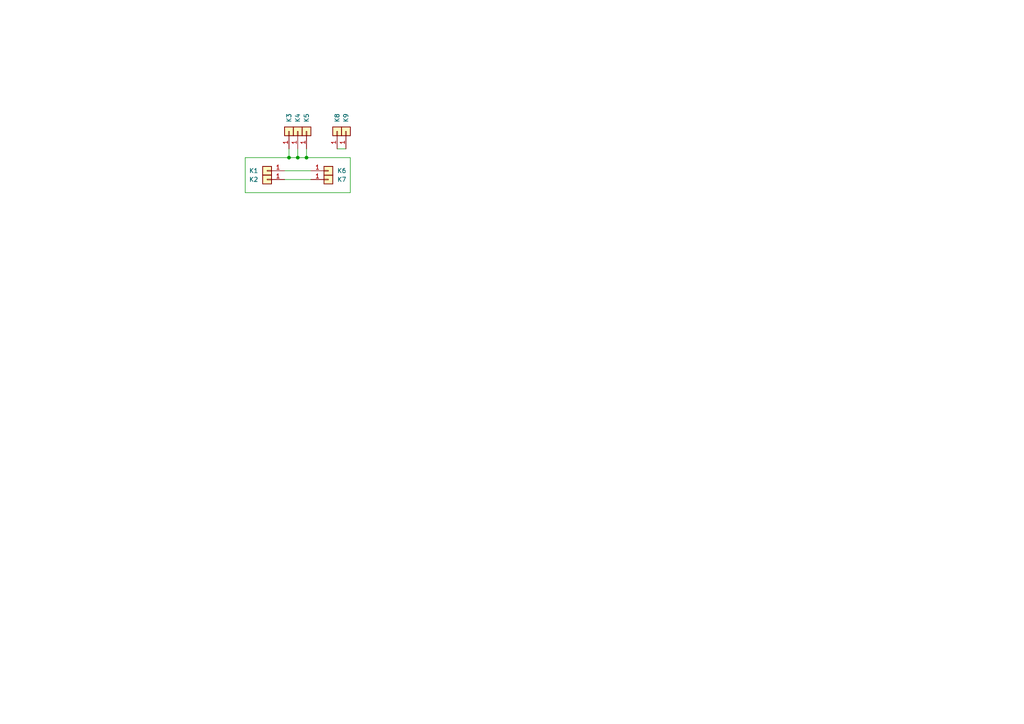
<source format=kicad_sch>
(kicad_sch (version 20211123) (generator eeschema)
  (paper "A4")
  (lib_symbols
    (symbol "Connector_Generic:Conn_01x01" (pin_names (offset 1.016) hide)
      (property "Reference" "J" (at 0 2.54 0))
      (property "Value" "Conn_01x01" (at 0 -2.54 0))
      (symbol "Conn_01x01_1_1"
        (rectangle (start -1.27 0.127) (end 0 -0.127) (stroke (width 0.1524)))
        (rectangle (start -1.27 1.27) (end 1.27 -1.27) (stroke (width 0.254)) (fill (type background)))
        (pin passive line (at -5.08 0 0) (length 3.81) (name "Pin_1") (number "1"))
      )
    )
  )
  (junction (at 83.82 45.72))
  (junction (at 86.36 45.72))
  (junction (at 88.9 45.72))
  (wire (pts (xy 86.36 43.18) (xy 86.36 45.72)))
  (wire (pts (xy 88.9 43.18) (xy 88.9 45.72)))
  (wire (pts (xy 101.6 45.72) (xy 101.6 55.88)))
  (wire (pts (xy 97.79 43.18) (xy 100.33 43.18)))
  (wire (pts (xy 83.82 45.72) (xy 86.36 45.72)))
  (wire (pts (xy 71.12 55.88) (xy 71.12 45.72)))
  (wire (pts (xy 83.82 43.18) (xy 83.82 45.72)))
  (wire (pts (xy 82.55 52.07) (xy 90.17 52.07)))
  (wire (pts (xy 86.36 45.72) (xy 88.9 45.72)))
  (wire (pts (xy 101.6 55.88) (xy 71.12 55.88)))
  (wire (pts (xy 88.9 45.72) (xy 101.6 45.72)))
  (wire (pts (xy 82.55 49.53) (xy 90.17 49.53)))
  (wire (pts (xy 71.12 45.72) (xy 83.82 45.72)))
  (symbol (lib_id "Connector_Generic:Conn_01x01") (at 86.36 38.1 90) (unit 1)
    (property "Reference" "K4" (at 86.36 35.56 0) (effects (justify left)))
    (property "Value" "capPad" (effects hide))
    (property "Footprint" "Bergi:dummyPad" (effects hide))
  )
  (symbol (lib_id "Connector_Generic:Conn_01x01") (at 77.47 52.07 180) (unit 1)
    (property "Reference" "K2" (at 74.93 52.07 0) (effects (justify left)))
    (property "Value" "capPad" (effects hide))
    (property "Footprint" "Bergi:dummyPad" (effects hide))
  )
  (symbol (lib_id "Connector_Generic:Conn_01x01") (at 88.9 38.1 90) (unit 1)
    (property "Reference" "K5" (at 88.9 35.56 0) (effects (justify left)))
    (property "Value" "capPad" (effects hide))
    (property "Footprint" "Bergi:dummyPad" (effects hide))
  )
  (symbol (lib_id "Connector_Generic:Conn_01x01") (at 95.25 49.53 0) (unit 1)
    (property "Reference" "K6" (at 97.79 49.53 0) (effects (justify left)))
    (property "Value" "capPad" (effects hide))
    (property "Footprint" "Bergi:dummyPad" (effects hide))
  )
  (symbol (lib_id "Connector_Generic:Conn_01x01") (at 95.25 52.07 0) (unit 1)
    (property "Reference" "K7" (at 97.79 52.07 0) (effects (justify left)))
    (property "Value" "capPad" (effects hide))
    (property "Footprint" "Bergi:dummyPad" (effects hide))
  )
  (symbol (lib_id "Connector_Generic:Conn_01x01") (at 83.82 38.1 90) (unit 1)
    (property "Reference" "K3" (at 83.82 35.56 0) (effects (justify left)))
    (property "Value" "capPad" (effects hide))
    (property "Footprint" "Bergi:dummyPad" (effects hide))
  )
  (symbol (lib_id "Connector_Generic:Conn_01x01") (at 97.79 38.1 90) (unit 1)
    (property "Reference" "K8" (at 97.79 35.56 0) (effects (justify left)))
    (property "Value" "capPad" (effects hide))
    (property "Footprint" "Bergi:dummyPad" (effects hide))
  )
  (symbol (lib_id "Connector_Generic:Conn_01x01") (at 77.47 49.53 180) (unit 1)
    (property "Reference" "K1" (at 74.93 49.53 0) (effects (justify left)))
    (property "Value" "capPad" (effects hide))
    (property "Footprint" "Bergi:dummyPad" (effects hide))
  )
  (symbol (lib_id "Connector_Generic:Conn_01x01") (at 100.33 38.1 90) (unit 1)
    (property "Reference" "K9" (at 100.33 35.56 0) (effects (justify left)))
    (property "Value" "capPad" (effects hide))
    (property "Footprint" "Bergi:dummyPad" (effects hide))
  )
)
</source>
